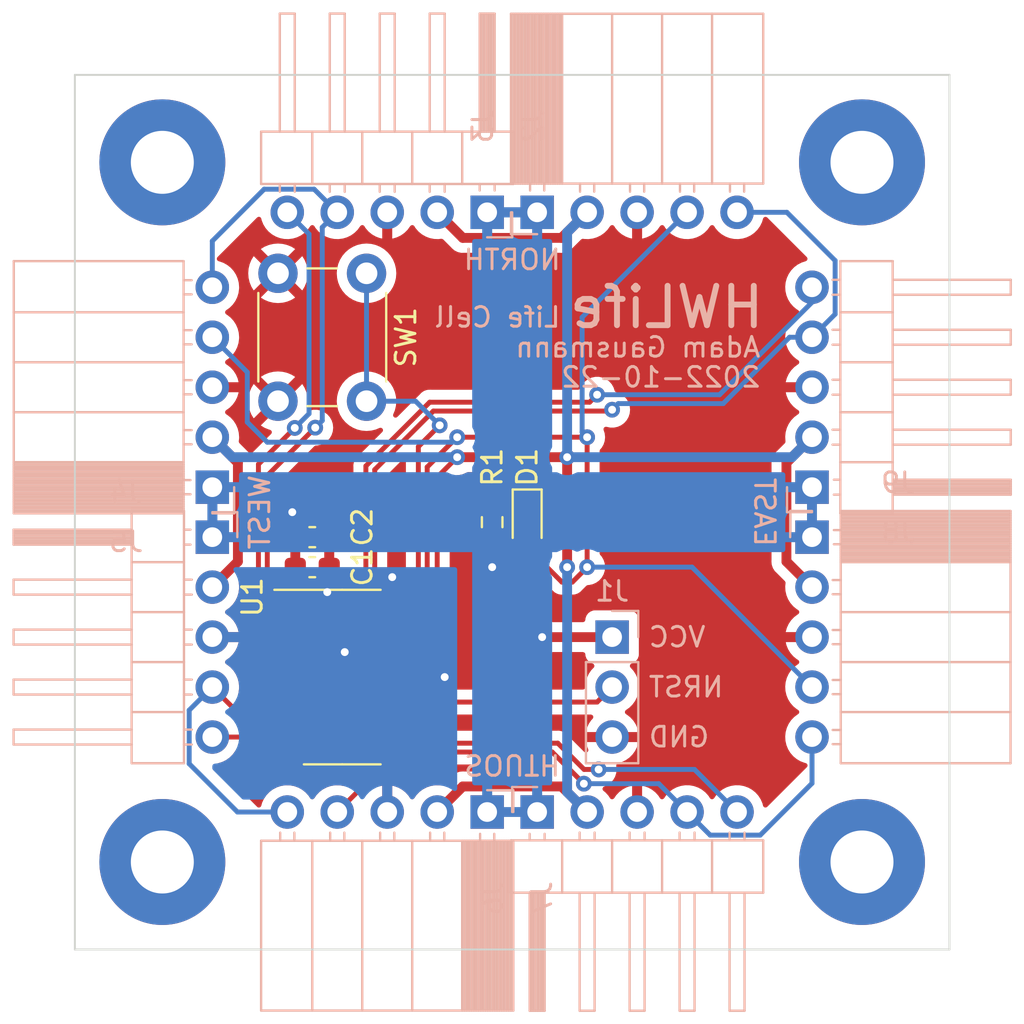
<source format=kicad_pcb>
(kicad_pcb (version 20211014) (generator pcbnew)
  (layers (0 "F.Cu" signal) (31 "B.Cu" signal) (34 "B.Paste" user) (35 "F.Paste" user) (36 "B.SilkS" user "B.Silkscreen") (37 "F.SilkS" user "F.Silkscreen") (38 "B.Mask" user) (39 "F.Mask" user) (44 "Edge.Cuts" user))
  (net 0 "")
  (net 1 "VCC")
  (net 2 "GND")
  (net 3 "/Cell/NRST")
  (net 4 "Net-(D1-Pad1)")
  (net 5 "/Cell/TOGGLE")
  (net 6 "/Cell/CLK")
  (net 7 "/Cell/DIA1")
  (net 8 "/Cell/ADJ1")
  (net 9 "/Cell/STATE")
  (net 10 "/Cell/ADJ2")
  (net 11 "/Cell/DIA2")
  (net 12 "/Cell/ADJ3")
  (net 13 "/Cell/DIA3")
  (net 14 "/Cell/ADJ4")
  (net 15 "/Cell/DIA4")
  (footprint "LED_SMD:LED_0603_1608Metric_Pad1.05x0.95mm_HandSolder" (layer "F.Cu") (at 193.802 62.738 -90)
    (fp_text reference "D1" (at -2.794 0 90) (layer "F.SilkS"))
    (fp_text value "LED")
    (pad "1" smd roundrect (at -0.875 0 270) (size 1.05 0.95) (layers "F.Cu" "F.Paste" "F.Mask") (net 4 "Net-(D1-Pad1)"))
    (pad "2" smd roundrect (at 0.875 0 270) (size 1.05 0.95) (layers "F.Cu" "F.Paste" "F.Mask") (net 9 "/Cell/STATE"))
  )
  (footprint "Button_Switch_THT:SW_PUSH_6mm_H4.3mm" (layer "F.Cu") (at 185.638 50.09 -90)
    (fp_text reference "SW1" (at 3.25 -2 90) (layer "F.SilkS"))
    (fp_text value "Toggle")
    (pad "1" thru_hole circle (at 6.5 0) (size 2 2) (drill 1.1) (layers *.Cu *.Mask) (net 5 "/Cell/TOGGLE"))
    (pad "1" thru_hole circle (at 0 0) (size 2 2) (drill 1.1) (layers *.Cu *.Mask) (net 5 "/Cell/TOGGLE"))
    (pad "2" thru_hole circle (at 0 4.5) (size 2 2) (drill 1.1) (layers *.Cu *.Mask) (net 2 "GND"))
    (pad "2" thru_hole circle (at 6.5 4.5) (size 2 2) (drill 1.1) (layers *.Cu *.Mask) (net 2 "GND"))
  )
  (footprint "Resistor_SMD:R_0603_1608Metric_Pad0.98x0.95mm_HandSolder" (layer "F.Cu") (at 192.024 62.738 90)
    (fp_text reference "R1" (at 2.794 0 90) (layer "F.SilkS"))
    (fp_text value "120R")
    (pad "1" smd roundrect (at -0.9125 0 90) (size 0.975 0.95) (layers "F.Cu" "F.Paste" "F.Mask") (net 1 "VCC"))
    (pad "2" smd roundrect (at 0.9125 0 90) (size 0.975 0.95) (layers "F.Cu" "F.Paste" "F.Mask") (net 4 "Net-(D1-Pad1)"))
  )
  (footprint "Package_SO:SOIC-14_3.9x8.7mm_P1.27mm" (layer "F.Cu") (at 184.404 70.612)
    (fp_text reference "U1" (at -4.572 -4.064 90) (layer "F.SilkS"))
    (fp_text value "ATtiny404-SS")
    (pad "1" smd roundrect (at -2.475 -3.81) (size 1.95 0.6) (layers "F.Cu" "F.Paste" "F.Mask") (net 1 "VCC"))
    (pad "2" smd roundrect (at -2.475 -2.54) (size 1.95 0.6) (layers "F.Cu" "F.Paste" "F.Mask") (net 11 "/Cell/DIA2"))
    (pad "3" smd roundrect (at -2.475 -1.27) (size 1.95 0.6) (layers "F.Cu" "F.Paste" "F.Mask") (net 10 "/Cell/ADJ2"))
    (pad "4" smd roundrect (at -2.475 0) (size 1.95 0.6) (layers "F.Cu" "F.Paste" "F.Mask") (net 8 "/Cell/ADJ1"))
    (pad "5" smd roundrect (at -2.475 1.27) (size 1.95 0.6) (layers "F.Cu" "F.Paste" "F.Mask") (net 7 "/Cell/DIA1"))
    (pad "6" smd roundrect (at -2.475 2.54) (size 1.95 0.6) (layers "F.Cu" "F.Paste" "F.Mask") (net 14 "/Cell/ADJ4"))
    (pad "7" smd roundrect (at -2.475 3.81) (size 1.95 0.6) (layers "F.Cu" "F.Paste" "F.Mask") (net 15 "/Cell/DIA4"))
    (pad "8" smd roundrect (at 2.475 3.81) (size 1.95 0.6) (layers "F.Cu" "F.Paste" "F.Mask") (net 12 "/Cell/ADJ3"))
    (pad "9" smd roundrect (at 2.475 2.54) (size 1.95 0.6) (layers "F.Cu" "F.Paste" "F.Mask") (net 13 "/Cell/DIA3"))
    (pad "10" smd roundrect (at 2.475 1.27) (size 1.95 0.6) (layers "F.Cu" "F.Paste" "F.Mask") (net 3 "/Cell/NRST"))
    (pad "11" smd roundrect (at 2.475 0) (size 1.95 0.6) (layers "F.Cu" "F.Paste" "F.Mask") (net 6 "/Cell/CLK"))
    (pad "12" smd roundrect (at 2.475 -1.27) (size 1.95 0.6) (layers "F.Cu" "F.Paste" "F.Mask") (net 9 "/Cell/STATE"))
    (pad "13" smd roundrect (at 2.475 -2.54) (size 1.95 0.6) (layers "F.Cu" "F.Paste" "F.Mask") (net 5 "/Cell/TOGGLE"))
    (pad "14" smd roundrect (at 2.475 -3.81) (size 1.95 0.6) (layers "F.Cu" "F.Paste" "F.Mask") (net 2 "GND"))
  )
  (footprint "MountingHole:MountingHole_3.2mm_M3_Pad" (layer "F.Cu") (at 210.82 44.45)
    (fp_text reference "H2" hide)
    (fp_text value "M3")
    (pad "1" thru_hole circle (at 0 0) (size 6.4 6.4) (drill 3.2) (layers *.Cu *.Mask))
  )
  (footprint "MountingHole:MountingHole_3.2mm_M3_Pad" (layer "F.Cu") (at 175.26 80.01)
    (fp_text reference "H4" hide)
    (fp_text value "M3")
    (pad "1" thru_hole circle (at 0 0) (size 6.4 6.4) (drill 3.2) (layers *.Cu *.Mask))
  )
  (footprint "Capacitor_SMD:C_0603_1608Metric_Pad1.08x0.95mm_HandSolder" (layer "F.Cu") (at 182.88 65.024)
    (fp_text reference "C1" (at 2.54 0 90) (layer "F.SilkS"))
    (fp_text value "100nF")
    (pad "1" smd roundrect (at -0.8625 0) (size 1.075 0.95) (layers "F.Cu" "F.Paste" "F.Mask") (net 1 "VCC"))
    (pad "2" smd roundrect (at 0.8625 0) (size 1.075 0.95) (layers "F.Cu" "F.Paste" "F.Mask") (net 2 "GND"))
  )
  (footprint "MountingHole:MountingHole_3.2mm_M3_Pad" (layer "F.Cu") (at 210.82 80.01)
    (fp_text reference "H3" hide)
    (fp_text value "M3")
    (pad "1" thru_hole circle (at 0 0) (size 6.4 6.4) (drill 3.2) (layers *.Cu *.Mask))
  )
  (footprint "MountingHole:MountingHole_3.2mm_M3_Pad" (layer "F.Cu") (at 175.26 44.45)
    (fp_text reference "H1" hide)
    (fp_text value "M3")
    (pad "1" thru_hole circle (at 0 0) (size 6.4 6.4) (drill 3.2) (layers *.Cu *.Mask))
  )
  (footprint "Capacitor_SMD:C_0603_1608Metric_Pad1.08x0.95mm_HandSolder" (layer "F.Cu") (at 182.88 63.5)
    (fp_text reference "C2" (at 2.54 -0.508 90) (layer "F.SilkS"))
    (fp_text value "Bulk")
    (pad "1" smd roundrect (at -0.8625 0) (size 1.075 0.95) (layers "F.Cu" "F.Paste" "F.Mask") (net 1 "VCC"))
    (pad "2" smd roundrect (at 0.8625 0) (size 1.075 0.95) (layers "F.Cu" "F.Paste" "F.Mask") (net 2 "GND"))
  )
  (footprint "Connector_PinSocket_2.54mm:PinSocket_1x05_P2.54mm_Horizontal" (layer "B.Cu") (at 194.31 46.99 -90)
    (fp_text reference "J3" (at -4.38 2.77 90) (layer "B.SilkS") (effects (justify mirror)))
    (fp_text value "Interconnect Out")
    (pad "1" thru_hole rect (at 0 0 270) (size 1.7 1.7) (drill 1) (layers *.Cu *.Mask) (net 1 "VCC"))
    (pad "2" thru_hole oval (at 0 -2.54 270) (size 1.7 1.7) (drill 1) (layers *.Cu *.Mask) (net 6 "/Cell/CLK"))
    (pad "3" thru_hole oval (at 0 -5.08 270) (size 1.7 1.7) (drill 1) (layers *.Cu *.Mask) (net 2 "GND"))
    (pad "4" thru_hole oval (at 0 -7.62 270) (size 1.7 1.7) (drill 1) (layers *.Cu *.Mask) (net 9 "/Cell/STATE"))
    (pad "5" thru_hole oval (at 0 -10.16 270) (size 1.7 1.7) (drill 1) (layers *.Cu *.Mask) (net 10 "/Cell/ADJ2"))
  )
  (footprint "Connector_PinHeader_2.54mm:PinHeader_1x05_P2.54mm_Horizontal" (layer "B.Cu") (at 177.8 63.5 180)
    (fp_text reference "J4" (at 4.385 2.27) (layer "B.SilkS") (effects (justify mirror)))
    (fp_text value "Interconnect In")
    (pad "1" thru_hole rect (at 0 0 180) (size 1.7 1.7) (drill 1) (layers *.Cu *.Mask) (net 1 "VCC"))
    (pad "2" thru_hole oval (at 0 -2.54 180) (size 1.7 1.7) (drill 1) (layers *.Cu *.Mask) (net 6 "/Cell/CLK"))
    (pad "3" thru_hole oval (at 0 -5.08 180) (size 1.7 1.7) (drill 1) (layers *.Cu *.Mask) (net 2 "GND"))
    (pad "4" thru_hole oval (at 0 -7.62 180) (size 1.7 1.7) (drill 1) (layers *.Cu *.Mask) (net 14 "/Cell/ADJ4"))
    (pad "5" thru_hole oval (at 0 -10.16 180) (size 1.7 1.7) (drill 1) (layers *.Cu *.Mask) (net 15 "/Cell/DIA4"))
  )
  (footprint "Connector_PinHeader_2.54mm:PinHeader_1x03_P2.54mm_Vertical" (layer "B.Cu") (at 198.12 68.58 180)
    (fp_text reference "J1" (at 0 2.33) (layer "B.SilkS") (effects (justify mirror)))
    (fp_text value "UPDI")
    (pad "1" thru_hole rect (at 0 0 180) (size 1.7 1.7) (drill 1) (layers *.Cu *.Mask) (net 1 "VCC"))
    (pad "2" thru_hole oval (at 0 -2.54 180) (size 1.7 1.7) (drill 1) (layers *.Cu *.Mask) (net 3 "/Cell/NRST"))
    (pad "3" thru_hole oval (at 0 -5.08 180) (size 1.7 1.7) (drill 1) (layers *.Cu *.Mask) (net 2 "GND"))
  )
  (footprint "Connector_PinSocket_2.54mm:PinSocket_1x05_P2.54mm_Horizontal" (layer "B.Cu") (at 208.28 63.5 180)
    (fp_text reference "J9" (at -4.38 2.77) (layer "B.SilkS") (effects (justify mirror)))
    (fp_text value "Interconnect Out")
    (pad "1" thru_hole rect (at 0 0 180) (size 1.7 1.7) (drill 1) (layers *.Cu *.Mask) (net 1 "VCC"))
    (pad "2" thru_hole oval (at 0 -2.54 180) (size 1.7 1.7) (drill 1) (layers *.Cu *.Mask) (net 6 "/Cell/CLK"))
    (pad "3" thru_hole oval (at 0 -5.08 180) (size 1.7 1.7) (drill 1) (layers *.Cu *.Mask) (net 2 "GND"))
    (pad "4" thru_hole oval (at 0 -7.62 180) (size 1.7 1.7) (drill 1) (layers *.Cu *.Mask) (net 9 "/Cell/STATE"))
    (pad "5" thru_hole oval (at 0 -10.16 180) (size 1.7 1.7) (drill 1) (layers *.Cu *.Mask) (net 12 "/Cell/ADJ3"))
  )
  (footprint "Connector_PinHeader_2.54mm:PinHeader_1x05_P2.54mm_Horizontal" (layer "B.Cu") (at 191.77 46.99 90)
    (fp_text reference "J2" (at 4.385 2.27 90) (layer "B.SilkS") (effects (justify mirror)))
    (fp_text value "Interconnect In")
    (pad "1" thru_hole rect (at 0 0 90) (size 1.7 1.7) (drill 1) (layers *.Cu *.Mask) (net 1 "VCC"))
    (pad "2" thru_hole oval (at 0 -2.54 90) (size 1.7 1.7) (drill 1) (layers *.Cu *.Mask) (net 6 "/Cell/CLK"))
    (pad "3" thru_hole oval (at 0 -5.08 90) (size 1.7 1.7) (drill 1) (layers *.Cu *.Mask) (net 2 "GND"))
    (pad "4" thru_hole oval (at 0 -7.62 90) (size 1.7 1.7) (drill 1) (layers *.Cu *.Mask) (net 8 "/Cell/ADJ1"))
    (pad "5" thru_hole oval (at 0 -10.16 90) (size 1.7 1.7) (drill 1) (layers *.Cu *.Mask) (net 7 "/Cell/DIA1"))
  )
  (footprint "Connector_PinHeader_2.54mm:PinHeader_1x05_P2.54mm_Horizontal" (layer "B.Cu") (at 208.28 60.96)
    (fp_text reference "J8" (at 4.385 2.27) (layer "B.SilkS") (effects (justify mirror)))
    (fp_text value "Interconnect In")
    (pad "1" thru_hole rect (at 0 0) (size 1.7 1.7) (drill 1) (layers *.Cu *.Mask) (net 1 "VCC"))
    (pad "2" thru_hole oval (at 0 -2.54) (size 1.7 1.7) (drill 1) (layers *.Cu *.Mask) (net 6 "/Cell/CLK"))
    (pad "3" thru_hole oval (at 0 -5.08) (size 1.7 1.7) (drill 1) (layers *.Cu *.Mask) (net 2 "GND"))
    (pad "4" thru_hole oval (at 0 -7.62) (size 1.7 1.7) (drill 1) (layers *.Cu *.Mask) (net 10 "/Cell/ADJ2"))
    (pad "5" thru_hole oval (at 0 -10.16) (size 1.7 1.7) (drill 1) (layers *.Cu *.Mask) (net 11 "/Cell/DIA2"))
  )
  (footprint "Connector_PinHeader_2.54mm:PinHeader_1x05_P2.54mm_Horizontal" (layer "B.Cu") (at 194.31 77.47 -90)
    (fp_text reference "J6" (at 4.385 2.27 90) (layer "B.SilkS") (effects (justify mirror)))
    (fp_text value "Interconnect In")
    (pad "1" thru_hole rect (at 0 0 270) (size 1.7 1.7) (drill 1) (layers *.Cu *.Mask) (net 1 "VCC"))
    (pad "2" thru_hole oval (at 0 -2.54 270) (size 1.7 1.7) (drill 1) (layers *.Cu *.Mask) (net 6 "/Cell/CLK"))
    (pad "3" thru_hole oval (at 0 -5.08 270) (size 1.7 1.7) (drill 1) (layers *.Cu *.Mask) (net 2 "GND"))
    (pad "4" thru_hole oval (at 0 -7.62 270) (size 1.7 1.7) (drill 1) (layers *.Cu *.Mask) (net 12 "/Cell/ADJ3"))
    (pad "5" thru_hole oval (at 0 -10.16 270) (size 1.7 1.7) (drill 1) (layers *.Cu *.Mask) (net 13 "/Cell/DIA3"))
  )
  (footprint "Connector_PinSocket_2.54mm:PinSocket_1x05_P2.54mm_Horizontal" (layer "B.Cu") (at 177.8 60.96)
    (fp_text reference "J5" (at -4.38 2.77) (layer "B.SilkS") (effects (justify mirror)))
    (fp_text value "Interconnect Out")
    (pad "1" thru_hole rect (at 0 0) (size 1.7 1.7) (drill 1) (layers *.Cu *.Mask) (net 1 "VCC"))
    (pad "2" thru_hole oval (at 0 -2.54) (size 1.7 1.7) (drill 1) (layers *.Cu *.Mask) (net 6 "/Cell/CLK"))
    (pad "3" thru_hole oval (at 0 -5.08) (size 1.7 1.7) (drill 1) (layers *.Cu *.Mask) (net 2 "GND"))
    (pad "4" thru_hole oval (at 0 -7.62) (size 1.7 1.7) (drill 1) (layers *.Cu *.Mask) (net 9 "/Cell/STATE"))
    (pad "5" thru_hole oval (at 0 -10.16) (size 1.7 1.7) (drill 1) (layers *.Cu *.Mask) (net 8 "/Cell/ADJ1"))
  )
  (footprint "Connector_PinSocket_2.54mm:PinSocket_1x05_P2.54mm_Horizontal" (layer "B.Cu") (at 191.77 77.47 90)
    (fp_text reference "J7" (at -4.38 2.77 90) (layer "B.SilkS") (effects (justify mirror)))
    (fp_text value "Interconnect Out")
    (pad "1" thru_hole rect (at 0 0 90) (size 1.7 1.7) (drill 1) (layers *.Cu *.Mask) (net 1 "VCC"))
    (pad "2" thru_hole oval (at 0 -2.54 90) (size 1.7 1.7) (drill 1) (layers *.Cu *.Mask) (net 6 "/Cell/CLK"))
    (pad "3" thru_hole oval (at 0 -5.08 90) (size 1.7 1.7) (drill 1) (layers *.Cu *.Mask) (net 2 "GND"))
    (pad "4" thru_hole oval (at 0 -7.62 90) (size 1.7 1.7) (drill 1) (layers *.Cu *.Mask) (net 9 "/Cell/STATE"))
    (pad "5" thru_hole oval (at 0 -10.16 90) (size 1.7 1.7) (drill 1) (layers *.Cu *.Mask) (net 14 "/Cell/ADJ4"))
  )
  (gr_line (start 215.265 84.455) (end 170.815 84.455) (layer "Edge.Cuts") (width 0.1))
  (gr_line (start 215.265 40.005) (end 215.265 84.455) (layer "Edge.Cuts") (width 0.1))
  (gr_line (start 170.815 40.005) (end 215.265 40.005) (layer "Edge.Cuts") (width 0.1))
  (gr_line (start 170.815 84.455) (end 170.815 40.005) (layer "Edge.Cuts") (width 0.1))
  (gr_text "Adam Gausmann" (at 205.74 53.848) (layer "B.SilkS") (effects (font (size 1 1)) (justify left mirror)))
  (gr_text "VCC" (at 199.898 68.58) (layer "B.SilkS") (effects (font (size 1 1)) (justify right mirror)))
  (gr_text "NORTH" (at 193.04 49.403) (layer "B.SilkS") (effects (font (size 1 1)) (justify mirror)))
  (gr_text "SOUTH" (at 193.04 75.057 180) (layer "B.SilkS") (effects (font (size 1 1)) (justify mirror)))
  (gr_text "Life Cell" (at 195.58 52.324) (layer "B.SilkS") (effects (font (size 1 1)) (justify left mirror)))
  (gr_text "HWLife" (at 205.994 51.816) (layer "B.SilkS") (effects (font (size 2 2) (thickness 0.3)) (justify left mirror)))
  (gr_text "NRST" (at 199.898 71.12) (layer "B.SilkS") (effects (font (size 1 1)) (justify right mirror)))
  (gr_text "WEST" (at 180.213 62.23 90) (layer "B.SilkS") (effects (font (size 1 1)) (justify mirror)))
  (gr_text "GND\n" (at 199.898 73.66) (layer "B.SilkS") (effects (font (size 1 1)) (justify right mirror)))
  (gr_text "EAST" (at 205.867 62.23 270) (layer "B.SilkS") (effects (font (size 1 1)) (justify mirror)))
  (gr_text "2022-10-22" (at 205.74 55.372) (layer "B.SilkS") (effects (font (size 1 1)) (justify left mirror)))
  (segment (start 182.0175 66.7135) (end 181.929 66.802) (width 0.5) (layer "F.Cu") (net 1))
  (segment (start 182.0175 62.3835) (end 181.864 62.23) (width 0.5) (layer "F.Cu") (net 1))
  (segment (start 194.564 68.58) (end 198.12 68.58) (width 0.5) (layer "F.Cu") (net 1))
  (segment (start 192.024 63.6505) (end 192.024 65.024) (width 0.5) (layer "F.Cu") (net 1))
  (segment (start 182.0175 63.5) (end 182.0175 62.3835) (width 0.5) (layer "F.Cu") (net 1))
  (segment (start 182.0175 65.024) (end 182.0175 66.7135) (width 0.5) (layer "F.Cu") (net 1))
  (segment (start 182.0175 65.024) (end 182.0175 63.5) (width 0.5) (layer "F.Cu") (net 1))
  (via (at 181.864 62.23) (size 0.8) (drill 0.4) (layers "F.Cu" "B.Cu") (net 1))
  (via (at 192.024 65.024) (size 0.8) (drill 0.4) (layers "F.Cu" "B.Cu") (net 1))
  (via (at 194.564 68.58) (size 0.8) (drill 0.4) (layers "F.Cu" "B.Cu") (net 1))
  (segment (start 177.8 60.96) (end 177.8 63.5) (width 0.5) (layer "B.Cu") (net 1))
  (segment (start 208.28 60.96) (end 208.28 63.5) (width 0.5) (layer "B.Cu") (net 1))
  (segment (start 194.31 46.99) (end 191.77 46.99) (width 0.5) (layer "B.Cu") (net 1))
  (segment (start 194.31 77.47) (end 191.77 77.47) (width 0.5) (layer "B.Cu") (net 1))
  (via (at 184.531 69.342) (size 0.8) (drill 0.4) (layers "F.Cu" "B.Cu") (net 2))
  (via (at 183.642 66.294) (size 0.8) (drill 0.4) (layers "F.Cu" "B.Cu") (net 2))
  (via (at 189.611 70.612) (size 0.8) (drill 0.4) (layers "F.Cu" "B.Cu") (net 2))
  (via (at 186.944 65.532) (size 0.8) (drill 0.4) (layers "F.Cu" "B.Cu") (net 2))
  (segment (start 197.358 71.882) (end 186.879 71.882) (width 0.25) (layer "F.Cu") (net 3))
  (segment (start 198.12 71.12) (end 197.358 71.882) (width 0.25) (layer "F.Cu") (net 3))
  (segment (start 193.802 61.863) (end 192.0615 61.863) (width 0.25) (layer "F.Cu") (net 4))
  (segment (start 192.0615 61.863) (end 192.024 61.8255) (width 0.25) (layer "F.Cu") (net 4))
  (segment (start 188.272 58.9015) (end 188.272 67.437) (width 0.25) (layer "F.Cu") (net 5))
  (segment (start 187.637 68.072) (end 186.879 68.072) (width 0.25) (layer "F.Cu") (net 5))
  (segment (start 188.272 67.437) (end 187.637 68.072) (width 0.25) (layer "F.Cu") (net 5))
  (segment (start 189.357 57.8165) (end 188.272 58.9015) (width 0.25) (layer "F.Cu") (net 5))
  (via (at 189.357 57.8165) (size 0.8) (drill 0.4) (layers "F.Cu" "B.Cu") (net 5))
  (segment (start 185.638 56.59) (end 188.1305 56.59) (width 0.25) (layer "B.Cu") (net 5))
  (segment (start 185.638 56.59) (end 185.638 50.09) (width 0.25) (layer "B.Cu") (net 5))
  (segment (start 188.1305 56.59) (end 189.357 57.8165) (width 0.25) (layer "B.Cu") (net 5))
  (segment (start 179.1 59.72) (end 179.1 64.74) (width 0.5) (layer "F.Cu") (net 6))
  (segment (start 195.55 48.29) (end 190.53 48.29) (width 0.5) (layer "F.Cu") (net 6))
  (segment (start 186.879 70.612) (end 187.580396 70.612) (width 0.25) (layer "F.Cu") (net 6))
  (segment (start 190.246 59.436) (end 195.834 59.436) (width 0.5) (layer "F.Cu") (net 6))
  (segment (start 189.23 77.47) (end 190.53 76.17) (width 0.5) (layer "F.Cu") (net 6))
  (segment (start 208.28 58.42) (end 206.98 59.72) (width 0.5) (layer "F.Cu") (net 6))
  (segment (start 190.53 76.17) (end 195.55 76.17) (width 0.5) (layer "F.Cu") (net 6))
  (segment (start 190.53 48.29) (end 189.23 46.99) (width 0.5) (layer "F.Cu") (net 6))
  (segment (start 195.55 76.17) (end 196.85 77.47) (width 0.5) (layer "F.Cu") (net 6))
  (segment (start 206.98 59.72) (end 206.98 64.74) (width 0.5) (layer "F.Cu") (net 6))
  (segment (start 187.580396 70.612) (end 189.23 68.962396) (width 0.25) (layer "F.Cu") (net 6))
  (segment (start 177.8 58.42) (end 179.1 59.72) (width 0.5) (layer "F.Cu") (net 6))
  (segment (start 206.98 64.74) (end 208.28 66.04) (width 0.5) (layer "F.Cu") (net 6))
  (segment (start 179.1 64.74) (end 177.8 66.04) (width 0.5) (layer "F.Cu") (net 6))
  (segment (start 189.23 60.452) (end 190.246 59.436) (width 0.25) (layer "F.Cu") (net 6))
  (segment (start 196.85 46.99) (end 195.55 48.29) (width 0.5) (layer "F.Cu") (net 6))
  (segment (start 195.834 59.436) (end 195.834 65.024) (width 0.5) (layer "F.Cu") (net 6))
  (segment (start 189.23 68.962396) (end 189.23 60.452) (width 0.25) (layer "F.Cu") (net 6))
  (via (at 195.834 65.024) (size 0.8) (drill 0.4) (layers "F.Cu" "B.Cu") (net 6))
  (via (at 190.246 59.436) (size 0.8) (drill 0.4) (layers "F.Cu" "B.Cu") (net 6))
  (via (at 195.834 59.436) (size 0.8) (drill 0.4) (layers "F.Cu" "B.Cu") (net 6))
  (segment (start 195.834 59.436) (end 195.834 48.006) (width 0.5) (layer "B.Cu") (net 6))
  (segment (start 195.834 76.454) (end 195.834 65.024) (width 0.5) (layer "B.Cu") (net 6))
  (segment (start 208.28 58.42) (end 207.264 59.436) (width 0.5) (layer "B.Cu") (net 6))
  (segment (start 178.816 59.436) (end 177.8 58.42) (width 0.5) (layer "B.Cu") (net 6))
  (segment (start 195.834 48.006) (end 196.85 46.99) (width 0.5) (layer "B.Cu") (net 6))
  (segment (start 190.246 59.436) (end 178.816 59.436) (width 0.5) (layer "B.Cu") (net 6))
  (segment (start 196.85 77.47) (end 195.834 76.454) (width 0.5) (layer "B.Cu") (net 6))
  (segment (start 207.264 59.436) (end 195.834 59.436) (width 0.5) (layer "B.Cu") (net 6))
  (segment (start 181.356 71.882) (end 181.929 71.882) (width 0.25) (layer "F.Cu") (net 7))
  (segment (start 181.991 57.9495) (end 180.144 59.7965) (width 0.25) (layer "F.Cu") (net 7))
  (segment (start 180.144 59.7965) (end 180.144 70.67) (width 0.25) (layer "F.Cu") (net 7))
  (segment (start 180.144 70.67) (end 181.356 71.882) (width 0.25) (layer "F.Cu") (net 7))
  (via (at 181.991 57.9495) (size 0.8) (drill 0.4) (layers "F.Cu" "B.Cu") (net 7))
  (segment (start 182.717 48.097) (end 181.61 46.99) (width 0.25) (layer "B.Cu") (net 7))
  (segment (start 182.717 57.2235) (end 182.717 48.097) (width 0.25) (layer "B.Cu") (net 7))
  (segment (start 181.991 57.9495) (end 182.717 57.2235) (width 0.25) (layer "B.Cu") (net 7))
  (segment (start 180.594 70.358) (end 180.848 70.612) (width 0.25) (layer "F.Cu") (net 8))
  (segment (start 180.848 70.612) (end 181.929 70.612) (width 0.25) (layer "F.Cu") (net 8))
  (segment (start 183.03005 57.93505) (end 180.594 60.3711) (width 0.25) (layer "F.Cu") (net 8))
  (segment (start 180.594 60.3711) (end 180.594 70.358) (width 0.25) (layer "F.Cu") (net 8))
  (via (at 183.03005 57.93505) (size 0.8) (drill 0.4) (layers "F.Cu" "B.Cu") (net 8))
  (segment (start 182.975 45.815) (end 184.15 46.99) (width 0.25) (layer "B.Cu") (net 8))
  (segment (start 183.388 47.752) (end 184.15 46.99) (width 0.25) (layer "B.Cu") (net 8))
  (segment (start 177.8 48.45) (end 180.435 45.815) (width 0.25) (layer "B.Cu") (net 8))
  (segment (start 183.03005 57.93505) (end 183.388 57.5771) (width 0.25) (layer "B.Cu") (net 8))
  (segment (start 183.388 57.5771) (end 183.388 47.752) (width 0.25) (layer "B.Cu") (net 8))
  (segment (start 180.435 45.815) (end 182.975 45.815) (width 0.25) (layer "B.Cu") (net 8))
  (segment (start 177.8 50.8) (end 177.8 48.45) (width 0.25) (layer "B.Cu") (net 8))
  (segment (start 190.246 58.42) (end 190.236695 58.42) (width 0.25) (layer "F.Cu") (net 9))
  (segment (start 186.879 69.342) (end 186.502249 69.342) (width 0.25) (layer "F.Cu") (net 9))
  (segment (start 185.547 76.073) (end 184.15 77.47) (width 0.25) (layer "F.Cu") (net 9))
  (segment (start 196.097305 65.786) (end 195.570695 65.786) (width 0.25) (layer "F.Cu") (net 9))
  (segment (start 190.246 58.42) (end 196.85 58.42) (width 0.25) (layer "F.Cu") (net 9))
  (segment (start 187.452 69.342) (end 186.879 69.342) (width 0.25) (layer "F.Cu") (net 9))
  (segment (start 186.502249 69.342) (end 185.547 70.297249) (width 0.25) (layer "F.Cu") (net 9))
  (segment (start 196.85 58.42) (end 196.85 65.024) (width 0.25) (layer "F.Cu") (net 9))
  (segment (start 196.85 65.033305) (end 196.097305 65.786) (width 0.25) (layer "F.Cu") (net 9))
  (segment (start 188.722 68.072) (end 187.452 69.342) (width 0.25) (layer "F.Cu") (net 9))
  (segment (start 185.547 70.297249) (end 185.547 76.073) (width 0.25) (layer "F.Cu") (net 9))
  (segment (start 193.802 64.017305) (end 193.802 63.613) (width 0.25) (layer "F.Cu") (net 9))
  (segment (start 195.570695 65.786) (end 193.802 64.017305) (width 0.25) (layer "F.Cu") (net 9))
  (segment (start 190.236695 58.42) (end 188.722 59.934695) (width 0.25) (layer "F.Cu") (net 9))
  (segment (start 196.85 65.024) (end 196.85 65.033305) (width 0.25) (layer "F.Cu") (net 9))
  (segment (start 188.722 59.934695) (end 188.722 68.072) (width 0.25) (layer "F.Cu") (net 9))
  (via (at 196.85 58.42) (size 0.8) (drill 0.4) (layers "F.Cu" "B.Cu") (net 9))
  (via (at 190.246 58.42) (size 0.8) (drill 0.4) (layers "F.Cu" "B.Cu") (net 9))
  (via (at 196.85 65.024) (size 0.8) (drill 0.4) (layers "F.Cu" "B.Cu") (net 9))
  (segment (start 196.596 52.324) (end 201.93 46.99) (width 0.25) (layer "B.Cu") (net 9))
  (segment (start 202.184 65.024) (end 208.28 71.12) (width 0.25) (layer "B.Cu") (net 9))
  (segment (start 177.8 53.34) (end 179.578 55.118) (width 0.25) (layer "B.Cu") (net 9))
  (segment (start 196.596 58.166) (end 196.596 52.324) (width 0.25) (layer "B.Cu") (net 9))
  (segment (start 179.578 57.658) (end 180.594 58.674) (width 0.25) (layer "B.Cu") (net 9))
  (segment (start 196.85 65.024) (end 202.184 65.024) (width 0.25) (layer "B.Cu") (net 9))
  (segment (start 189.992 58.674) (end 190.246 58.42) (width 0.25) (layer "B.Cu") (net 9))
  (segment (start 179.578 55.118) (end 179.578 57.658) (width 0.25) (layer "B.Cu") (net 9))
  (segment (start 180.594 58.674) (end 189.992 58.674) (width 0.25) (layer "B.Cu") (net 9))
  (segment (start 196.85 58.42) (end 196.596 58.166) (width 0.25) (layer "B.Cu") (net 9))
  (segment (start 186.055 60.071) (end 186.055 65.913) (width 0.25) (layer "F.Cu") (net 10))
  (segment (start 189.034 57.092) (end 186.055 60.071) (width 0.25) (layer "F.Cu") (net 10))
  (segment (start 198.12 57.023) (end 198.051 57.092) (width 0.25) (layer "F.Cu") (net 10))
  (segment (start 186.055 65.913) (end 182.626 69.342) (width 0.25) (layer "F.Cu") (net 10))
  (segment (start 182.626 69.342) (end 181.929 69.342) (width 0.25) (layer "F.Cu") (net 10))
  (segment (start 198.051 57.092) (end 189.034 57.092) (width 0.25) (layer "F.Cu") (net 10))
  (via (at 198.12 57.023) (size 0.8) (drill 0.4) (layers "F.Cu" "B.Cu") (net 10))
  (segment (start 198.12 57.023) (end 198.432 56.711) (width 0.25) (layer "B.Cu") (net 10))
  (segment (start 209.455 52.165) (end 209.455 49.443556) (width 0.25) (layer "B.Cu") (net 10))
  (segment (start 203.767396 56.711) (end 207.138396 53.34) (width 0.25) (layer "B.Cu") (net 10))
  (segment (start 207.001444 46.99) (end 204.47 46.99) (width 0.25) (layer "B.Cu") (net 10))
  (segment (start 198.432 56.711) (end 203.767396 56.711) (width 0.25) (layer "B.Cu") (net 10))
  (segment (start 209.455 49.443556) (end 207.001444 46.99) (width 0.25) (layer "B.Cu") (net 10))
  (segment (start 207.138396 53.34) (end 208.28 53.34) (width 0.25) (layer "B.Cu") (net 10))
  (segment (start 208.598198 53.021802) (end 209.455 52.165) (width 0.25) (layer "B.Cu") (net 10))
  (segment (start 188.847604 56.642) (end 185.605 59.884604) (width 0.25) (layer "F.Cu") (net 11))
  (segment (start 185.605 65.659) (end 183.192 68.072) (width 0.25) (layer "F.Cu") (net 11))
  (segment (start 183.192 68.072) (end 181.929 68.072) (width 0.25) (layer "F.Cu") (net 11))
  (segment (start 197.358 56.261) (end 196.977 56.642) (width 0.25) (layer "F.Cu") (net 11))
  (segment (start 185.605 59.884604) (end 185.605 65.659) (width 0.25) (layer "F.Cu") (net 11))
  (segment (start 196.977 56.642) (end 188.847604 56.642) (width 0.25) (layer "F.Cu") (net 11))
  (via (at 197.358 56.261) (size 0.8) (drill 0.4) (layers "F.Cu" "B.Cu") (net 11))
  (segment (start 208.28 51.562) (end 208.28 50.8) (width 0.25) (layer "B.Cu") (net 11))
  (segment (start 197.358 56.261) (end 203.581 56.261) (width 0.25) (layer "B.Cu") (net 11))
  (segment (start 203.581 56.261) (end 208.28 51.562) (width 0.25) (layer "B.Cu") (net 11))
  (segment (start 196.6835 76.030092) (end 195.075408 74.422) (width 0.25) (layer "F.Cu") (net 12))
  (segment (start 195.075408 74.422) (end 186.879 74.422) (width 0.25) (layer "F.Cu") (net 12))
  (via (at 196.6835 76.030092) (size 0.8) (drill 0.4) (layers "F.Cu" "B.Cu") (net 12))
  (segment (start 203.105 78.645) (end 205.645 78.645) (width 0.25) (layer "B.Cu") (net 12))
  (segment (start 201.93 77.47) (end 203.105 78.645) (width 0.25) (layer "B.Cu") (net 12))
  (segment (start 208.28 76.01) (end 208.28 73.66) (width 0.25) (layer "B.Cu") (net 12))
  (segment (start 201.93 77.47) (end 200.490092 76.030092) (width 0.25) (layer "B.Cu") (net 12))
  (segment (start 200.490092 76.030092) (end 196.6835 76.030092) (width 0.25) (layer "B.Cu") (net 12))
  (segment (start 205.645 78.645) (end 208.28 76.01) (width 0.25) (layer "B.Cu") (net 12))
  (segment (start 188.1815 73.152) (end 189.0015 73.972) (width 0.25) (layer "F.Cu") (net 13))
  (segment (start 196.695121 75.305592) (end 197.43465 75.305592) (width 0.25) (layer "F.Cu") (net 13))
  (segment (start 186.879 73.152) (end 188.1815 73.152) (width 0.25) (layer "F.Cu") (net 13))
  (segment (start 189.0015 73.972) (end 195.361529 73.972) (width 0.25) (layer "F.Cu") (net 13))
  (segment (start 195.361529 73.972) (end 196.695121 75.305592) (width 0.25) (layer "F.Cu") (net 13))
  (via (at 197.43465 75.305592) (size 0.8) (drill 0.4) (layers "F.Cu" "B.Cu") (net 13))
  (segment (start 204.47 77.47) (end 202.305592 75.305592) (width 0.25) (layer "B.Cu") (net 13))
  (segment (start 202.305592 75.305592) (end 197.43465 75.305592) (width 0.25) (layer "B.Cu") (net 13))
  (segment (start 181.929 73.152) (end 179.832 73.152) (width 0.25) (layer "F.Cu") (net 14))
  (segment (start 179.832 73.152) (end 177.8 71.12) (width 0.25) (layer "F.Cu") (net 14))
  (segment (start 177.8 71.12) (end 176.625 72.295) (width 0.25) (layer "B.Cu") (net 14))
  (segment (start 176.625 75.016444) (end 179.078556 77.47) (width 0.25) (layer "B.Cu") (net 14))
  (segment (start 176.625 72.295) (end 176.625 75.016444) (width 0.25) (layer "B.Cu") (net 14))
  (segment (start 179.078556 77.47) (end 181.61 77.47) (width 0.25) (layer "B.Cu") (net 14))
  (segment (start 181.229 74.422) (end 181.929 74.422) (width 0.25) (layer "F.Cu") (net 15))
  (segment (start 177.8 73.66) (end 180.467 73.66) (width 0.25) (layer "F.Cu") (net 15))
  (segment (start 180.467 73.66) (end 181.229 74.422) (width 0.25) (layer "F.Cu") (net 15))
  (zone (net 2) (net_name "GND") (layer "F.Cu") (connect_pads (clearance 0.508)) (min_thickness 0.254) (fill yes (thermal_gap 0.508) (thermal_bridge_width 0.508))
    (polygon (pts (xy 208.28 74.93) (xy 205.74 77.47) (xy 180.34 77.47) (xy 177.8 74.93) (xy 177.8 49.53) (xy 180.34 46.99) (xy 205.74 46.99) (xy 208.28 49.53)))
  )
  (zone (net 1) (net_name "VCC") (layer "B.Cu") (connect_pads (clearance 0.508)) (min_thickness 0.254) (fill yes (thermal_gap 0.508) (thermal_bridge_width 0.508))
    (polygon (pts (xy 195.072 60.198) (xy 208.28 60.198) (xy 208.28 64.262) (xy 195.072 64.262) (xy 195.072 76.962) (xy 191.008 76.962) (xy 191.008 64.262) (xy 177.8 64.262) (xy 177.8 60.198) (xy 191.008 60.198) (xy 191.008 46.482) (xy 195.072 46.482)))
  )
  (zone (net 2) (net_name "GND") (layer "B.Cu") (connect_pads (clearance 0.508)) (min_thickness 0.254) (fill yes (thermal_gap 0.508) (thermal_bridge_width 0.508))
    (polygon (pts (xy 190.246 77.47) (xy 177.8 77.724) (xy 177.8 65.024) (xy 190.246 65.024)))
  )
)
</source>
